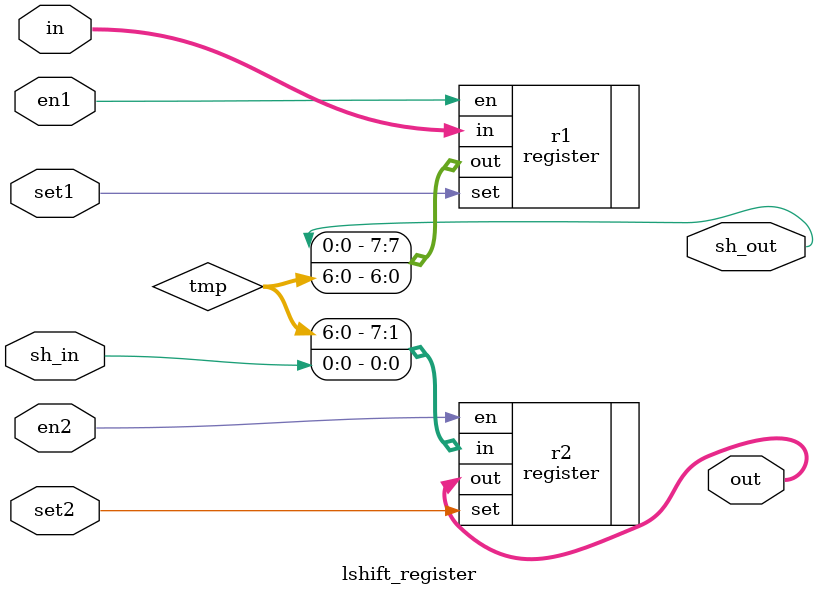
<source format=v>
`include "register.v"

module lshift_register #(parameter SIZE = 8)(
    input sh_in,
    input set1, en1,
    input set2, en2,
    input [SIZE-1:0] in,
    output [SIZE-1:0] out,
    output sh_out
);
    wire [SIZE-2:0] tmp;

    register #(.WIDTH(8)) r1(.in(in), .out({sh_out, tmp}), .en(en1), .set(set1));
    register #(.WIDTH(8)) r2(.in({tmp, sh_in}), .out(out), .en(en2), .set(set2));

endmodule
</source>
